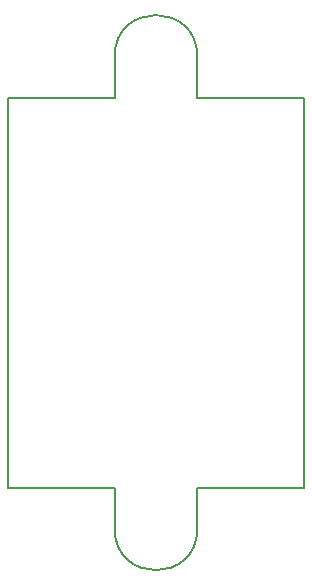
<source format=gko>
G04 #@! TF.FileFunction,Profile,NP*
%FSLAX46Y46*%
G04 Gerber Fmt 4.6, Leading zero omitted, Abs format (unit mm)*
G04 Created by KiCad (PCBNEW 4.0.7-e2-6376~61~ubuntu18.04.1) date Thu Dec  5 21:11:02 2019*
%MOMM*%
%LPD*%
G01*
G04 APERTURE LIST*
%ADD10C,0.100000*%
%ADD11C,0.150000*%
G04 APERTURE END LIST*
D10*
D11*
X16000000Y-40000000D02*
X25000000Y-40000000D01*
X16000000Y-43500000D02*
X16000000Y-40000000D01*
X9000000Y-43500000D02*
X9000000Y-40000000D01*
X16000000Y-7000000D02*
X25000000Y-7000000D01*
X16000000Y-3500000D02*
X16000000Y-7000000D01*
X9000000Y-3500000D02*
X9000000Y-7000000D01*
X16000000Y-3500000D02*
G75*
G03X9000000Y-3500000I-3500000J0D01*
G01*
X9000000Y-43500000D02*
G75*
G03X16000000Y-43500000I3500000J0D01*
G01*
X0Y-40000000D02*
X0Y-7000000D01*
X9000000Y-40000000D02*
X0Y-40000000D01*
X25000000Y-7000000D02*
X25000000Y-40000000D01*
X0Y-7000000D02*
X9000000Y-7000000D01*
M02*

</source>
